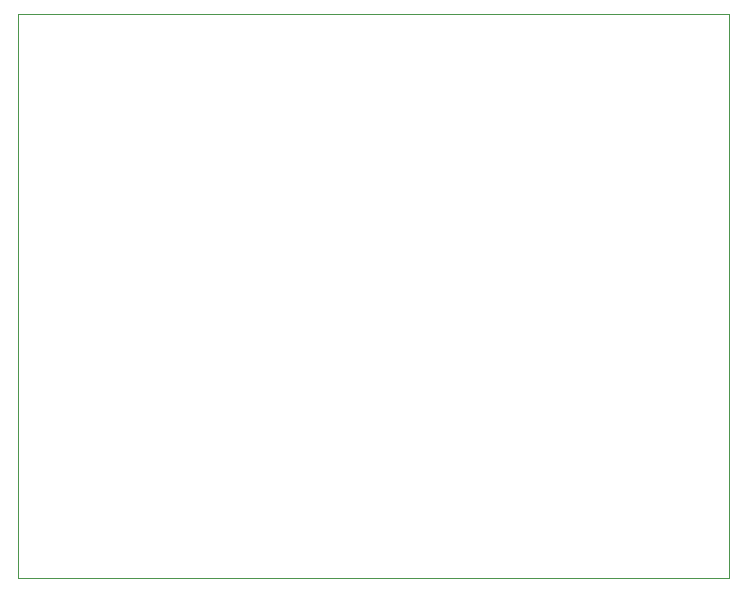
<source format=gko>
G04 Layer: BoardOutlineLayer*
G04 EasyEDA Pro v2.2.35.2, 2025-01-23 15:21:27*
G04 Gerber Generator version 0.3*
G04 Scale: 100 percent, Rotated: No, Reflected: No*
G04 Dimensions in millimeters*
G04 Leading zeros omitted, absolute positions, 4 integers and 5 decimals*
%FSLAX45Y45*%
%MOMM*%
%ADD10C,0.0051*%
G75*


G04 Rect Start*
G54D10*
G01X101600Y-3886200D02*
G01X101600Y889000D01*
G01X6121400Y889000D01*
G01X6121400Y-3886200D01*
G01X101600Y-3886200D01*
G04 Rect End*

M02*


</source>
